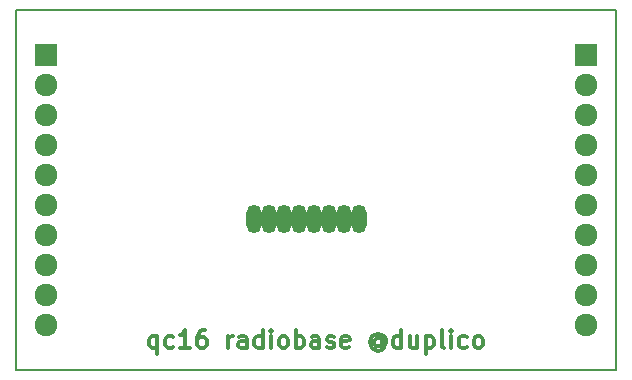
<source format=gbr>
G04 #@! TF.FileFunction,Soldermask,Top*
%FSLAX46Y46*%
G04 Gerber Fmt 4.6, Leading zero omitted, Abs format (unit mm)*
G04 Created by KiCad (PCBNEW 4.0.7) date 06/13/18 13:38:50*
%MOMM*%
%LPD*%
G01*
G04 APERTURE LIST*
%ADD10C,0.100000*%
%ADD11C,0.300000*%
%ADD12C,0.150000*%
%ADD13R,1.924000X1.924000*%
%ADD14C,1.924000*%
%ADD15O,1.300000X2.400000*%
G04 APERTURE END LIST*
D10*
D11*
X123731429Y-108898571D02*
X123731429Y-110398571D01*
X123731429Y-109827143D02*
X123588572Y-109898571D01*
X123302858Y-109898571D01*
X123160000Y-109827143D01*
X123088572Y-109755714D01*
X123017143Y-109612857D01*
X123017143Y-109184286D01*
X123088572Y-109041429D01*
X123160000Y-108970000D01*
X123302858Y-108898571D01*
X123588572Y-108898571D01*
X123731429Y-108970000D01*
X125088572Y-109827143D02*
X124945715Y-109898571D01*
X124660001Y-109898571D01*
X124517143Y-109827143D01*
X124445715Y-109755714D01*
X124374286Y-109612857D01*
X124374286Y-109184286D01*
X124445715Y-109041429D01*
X124517143Y-108970000D01*
X124660001Y-108898571D01*
X124945715Y-108898571D01*
X125088572Y-108970000D01*
X126517143Y-109898571D02*
X125660000Y-109898571D01*
X126088572Y-109898571D02*
X126088572Y-108398571D01*
X125945715Y-108612857D01*
X125802857Y-108755714D01*
X125660000Y-108827143D01*
X127802857Y-108398571D02*
X127517143Y-108398571D01*
X127374286Y-108470000D01*
X127302857Y-108541429D01*
X127160000Y-108755714D01*
X127088571Y-109041429D01*
X127088571Y-109612857D01*
X127160000Y-109755714D01*
X127231428Y-109827143D01*
X127374286Y-109898571D01*
X127660000Y-109898571D01*
X127802857Y-109827143D01*
X127874286Y-109755714D01*
X127945714Y-109612857D01*
X127945714Y-109255714D01*
X127874286Y-109112857D01*
X127802857Y-109041429D01*
X127660000Y-108970000D01*
X127374286Y-108970000D01*
X127231428Y-109041429D01*
X127160000Y-109112857D01*
X127088571Y-109255714D01*
X129731428Y-109898571D02*
X129731428Y-108898571D01*
X129731428Y-109184286D02*
X129802856Y-109041429D01*
X129874285Y-108970000D01*
X130017142Y-108898571D01*
X130159999Y-108898571D01*
X131302856Y-109898571D02*
X131302856Y-109112857D01*
X131231427Y-108970000D01*
X131088570Y-108898571D01*
X130802856Y-108898571D01*
X130659999Y-108970000D01*
X131302856Y-109827143D02*
X131159999Y-109898571D01*
X130802856Y-109898571D01*
X130659999Y-109827143D01*
X130588570Y-109684286D01*
X130588570Y-109541429D01*
X130659999Y-109398571D01*
X130802856Y-109327143D01*
X131159999Y-109327143D01*
X131302856Y-109255714D01*
X132659999Y-109898571D02*
X132659999Y-108398571D01*
X132659999Y-109827143D02*
X132517142Y-109898571D01*
X132231428Y-109898571D01*
X132088570Y-109827143D01*
X132017142Y-109755714D01*
X131945713Y-109612857D01*
X131945713Y-109184286D01*
X132017142Y-109041429D01*
X132088570Y-108970000D01*
X132231428Y-108898571D01*
X132517142Y-108898571D01*
X132659999Y-108970000D01*
X133374285Y-109898571D02*
X133374285Y-108898571D01*
X133374285Y-108398571D02*
X133302856Y-108470000D01*
X133374285Y-108541429D01*
X133445713Y-108470000D01*
X133374285Y-108398571D01*
X133374285Y-108541429D01*
X134302857Y-109898571D02*
X134159999Y-109827143D01*
X134088571Y-109755714D01*
X134017142Y-109612857D01*
X134017142Y-109184286D01*
X134088571Y-109041429D01*
X134159999Y-108970000D01*
X134302857Y-108898571D01*
X134517142Y-108898571D01*
X134659999Y-108970000D01*
X134731428Y-109041429D01*
X134802857Y-109184286D01*
X134802857Y-109612857D01*
X134731428Y-109755714D01*
X134659999Y-109827143D01*
X134517142Y-109898571D01*
X134302857Y-109898571D01*
X135445714Y-109898571D02*
X135445714Y-108398571D01*
X135445714Y-108970000D02*
X135588571Y-108898571D01*
X135874285Y-108898571D01*
X136017142Y-108970000D01*
X136088571Y-109041429D01*
X136160000Y-109184286D01*
X136160000Y-109612857D01*
X136088571Y-109755714D01*
X136017142Y-109827143D01*
X135874285Y-109898571D01*
X135588571Y-109898571D01*
X135445714Y-109827143D01*
X137445714Y-109898571D02*
X137445714Y-109112857D01*
X137374285Y-108970000D01*
X137231428Y-108898571D01*
X136945714Y-108898571D01*
X136802857Y-108970000D01*
X137445714Y-109827143D02*
X137302857Y-109898571D01*
X136945714Y-109898571D01*
X136802857Y-109827143D01*
X136731428Y-109684286D01*
X136731428Y-109541429D01*
X136802857Y-109398571D01*
X136945714Y-109327143D01*
X137302857Y-109327143D01*
X137445714Y-109255714D01*
X138088571Y-109827143D02*
X138231428Y-109898571D01*
X138517143Y-109898571D01*
X138660000Y-109827143D01*
X138731428Y-109684286D01*
X138731428Y-109612857D01*
X138660000Y-109470000D01*
X138517143Y-109398571D01*
X138302857Y-109398571D01*
X138160000Y-109327143D01*
X138088571Y-109184286D01*
X138088571Y-109112857D01*
X138160000Y-108970000D01*
X138302857Y-108898571D01*
X138517143Y-108898571D01*
X138660000Y-108970000D01*
X139945714Y-109827143D02*
X139802857Y-109898571D01*
X139517143Y-109898571D01*
X139374286Y-109827143D01*
X139302857Y-109684286D01*
X139302857Y-109112857D01*
X139374286Y-108970000D01*
X139517143Y-108898571D01*
X139802857Y-108898571D01*
X139945714Y-108970000D01*
X140017143Y-109112857D01*
X140017143Y-109255714D01*
X139302857Y-109398571D01*
X142731428Y-109184286D02*
X142660000Y-109112857D01*
X142517143Y-109041429D01*
X142374285Y-109041429D01*
X142231428Y-109112857D01*
X142160000Y-109184286D01*
X142088571Y-109327143D01*
X142088571Y-109470000D01*
X142160000Y-109612857D01*
X142231428Y-109684286D01*
X142374285Y-109755714D01*
X142517143Y-109755714D01*
X142660000Y-109684286D01*
X142731428Y-109612857D01*
X142731428Y-109041429D02*
X142731428Y-109612857D01*
X142802857Y-109684286D01*
X142874285Y-109684286D01*
X143017143Y-109612857D01*
X143088571Y-109470000D01*
X143088571Y-109112857D01*
X142945714Y-108898571D01*
X142731428Y-108755714D01*
X142445714Y-108684286D01*
X142160000Y-108755714D01*
X141945714Y-108898571D01*
X141802857Y-109112857D01*
X141731428Y-109398571D01*
X141802857Y-109684286D01*
X141945714Y-109898571D01*
X142160000Y-110041429D01*
X142445714Y-110112857D01*
X142731428Y-110041429D01*
X142945714Y-109898571D01*
X144374285Y-109898571D02*
X144374285Y-108398571D01*
X144374285Y-109827143D02*
X144231428Y-109898571D01*
X143945714Y-109898571D01*
X143802856Y-109827143D01*
X143731428Y-109755714D01*
X143659999Y-109612857D01*
X143659999Y-109184286D01*
X143731428Y-109041429D01*
X143802856Y-108970000D01*
X143945714Y-108898571D01*
X144231428Y-108898571D01*
X144374285Y-108970000D01*
X145731428Y-108898571D02*
X145731428Y-109898571D01*
X145088571Y-108898571D02*
X145088571Y-109684286D01*
X145159999Y-109827143D01*
X145302857Y-109898571D01*
X145517142Y-109898571D01*
X145659999Y-109827143D01*
X145731428Y-109755714D01*
X146445714Y-108898571D02*
X146445714Y-110398571D01*
X146445714Y-108970000D02*
X146588571Y-108898571D01*
X146874285Y-108898571D01*
X147017142Y-108970000D01*
X147088571Y-109041429D01*
X147160000Y-109184286D01*
X147160000Y-109612857D01*
X147088571Y-109755714D01*
X147017142Y-109827143D01*
X146874285Y-109898571D01*
X146588571Y-109898571D01*
X146445714Y-109827143D01*
X148017143Y-109898571D02*
X147874285Y-109827143D01*
X147802857Y-109684286D01*
X147802857Y-108398571D01*
X148588571Y-109898571D02*
X148588571Y-108898571D01*
X148588571Y-108398571D02*
X148517142Y-108470000D01*
X148588571Y-108541429D01*
X148659999Y-108470000D01*
X148588571Y-108398571D01*
X148588571Y-108541429D01*
X149945714Y-109827143D02*
X149802857Y-109898571D01*
X149517143Y-109898571D01*
X149374285Y-109827143D01*
X149302857Y-109755714D01*
X149231428Y-109612857D01*
X149231428Y-109184286D01*
X149302857Y-109041429D01*
X149374285Y-108970000D01*
X149517143Y-108898571D01*
X149802857Y-108898571D01*
X149945714Y-108970000D01*
X150802857Y-109898571D02*
X150659999Y-109827143D01*
X150588571Y-109755714D01*
X150517142Y-109612857D01*
X150517142Y-109184286D01*
X150588571Y-109041429D01*
X150659999Y-108970000D01*
X150802857Y-108898571D01*
X151017142Y-108898571D01*
X151159999Y-108970000D01*
X151231428Y-109041429D01*
X151302857Y-109184286D01*
X151302857Y-109612857D01*
X151231428Y-109755714D01*
X151159999Y-109827143D01*
X151017142Y-109898571D01*
X150802857Y-109898571D01*
D12*
X111760000Y-111760000D02*
X111760000Y-81280000D01*
X162560000Y-111760000D02*
X111760000Y-111760000D01*
X162560000Y-81280000D02*
X162560000Y-111760000D01*
X111760000Y-81280000D02*
X162560000Y-81280000D01*
D13*
X114300000Y-85090000D03*
D14*
X114300000Y-87630000D03*
X114300000Y-90170000D03*
X114300000Y-92710000D03*
X114300000Y-95250000D03*
X114300000Y-97790000D03*
X114300000Y-100330000D03*
X114300000Y-102870000D03*
X114300000Y-105410000D03*
X114300000Y-107950000D03*
X160020000Y-107950000D03*
X160020000Y-105410000D03*
X160020000Y-102870000D03*
X160020000Y-100330000D03*
X160020000Y-97790000D03*
X160020000Y-95250000D03*
X160020000Y-92710000D03*
X160020000Y-90170000D03*
X160020000Y-87630000D03*
D13*
X160020000Y-85090000D03*
D15*
X140815000Y-98960000D03*
X139545000Y-98960000D03*
X138275000Y-98960000D03*
X137005000Y-98960000D03*
X135735000Y-98960000D03*
X134465000Y-98960000D03*
X133195000Y-98960000D03*
X131925000Y-98960000D03*
M02*

</source>
